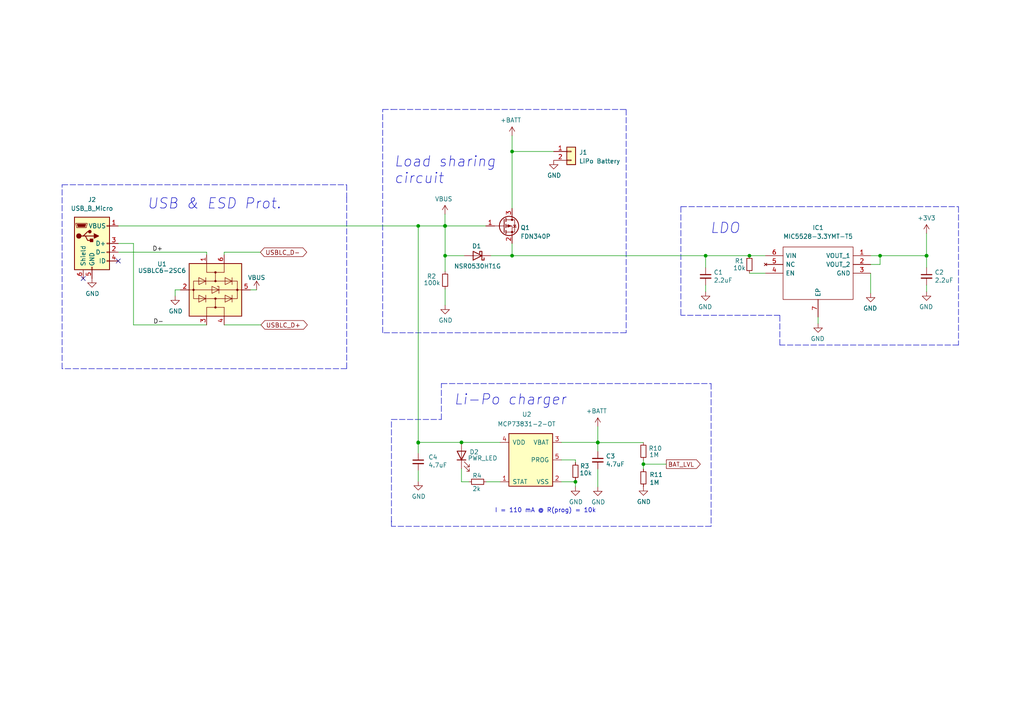
<source format=kicad_sch>
(kicad_sch (version 20211123) (generator eeschema)
  (paper "A4")
  (lib_symbols
    (symbol "Battery_Management:MCP73831-2-OT" (pin_names (offset 1.016))
      (property "Reference" "U1" (at -20.574 9.398 0))
      (property "Value" "MCP73831-2-OT" (at -8.128 -19.304 90))
      (symbol "MCP73831-2-OT_0_1"
        (rectangle (start -6.35 8.89) (end 6.35 -6.35) (stroke (width 0.254)) (fill (type background)))
      )
      (symbol "MCP73831-2-OT_1_1"
        (pin output line (at -8.89 -5.08 0) (length 2.54) (name "STAT") (number "1"))
        (pin power_in line (at 8.89 -5.08 180) (length 2.54) (name "VSS") (number "2"))
        (pin power_out line (at 8.89 6.35 180) (length 2.54) (name "VBAT") (number "3"))
        (pin power_in line (at -8.89 6.35 0) (length 2.54) (name "VDD") (number "4"))
        (pin input line (at 8.89 1.27 180) (length 2.54) (name "PROG") (number "5"))
      )
    )
    (symbol "Connector:USB_B_Micro" (pin_names (offset 1.016))
      (property "Reference" "J" (at -5.08 11.43 0))
      (property "Value" "USB_B_Micro" (at -5.08 8.89 0))
      (symbol "USB_B_Micro_0_1"
        (rectangle (start -5.08 -7.62) (end 5.08 7.62) (stroke (width 0.254)) (fill (type background)))
        (circle (center -3.81 2.159) (radius 0.635) (stroke (width 0.254)) (fill (type outline)))
        (circle (center -0.635 3.429) (radius 0.381) (stroke (width 0.254)) (fill (type outline)))
        (rectangle (start -0.127 -7.62) (end 0.127 -6.858))
        (polyline (pts (xy -1.905 2.159) (xy 0.635 2.159)) (stroke (width 0.254)))
        (polyline (pts (xy -3.175 2.159) (xy -2.54 2.159) (xy -1.27 3.429) (xy -0.635 3.429)) (stroke (width 0.254)))
        (polyline (pts (xy -2.54 2.159) (xy -1.905 2.159) (xy -1.27 0.889) (xy 0 0.889)) (stroke (width 0.254)))
        (polyline (pts (xy 0.635 2.794) (xy 0.635 1.524) (xy 1.905 2.159) (xy 0.635 2.794)) (stroke (width 0.254)) (fill (type outline)))
        (polyline (pts (xy -4.318 5.588) (xy -1.778 5.588) (xy -2.032 4.826) (xy -4.064 4.826) (xy -4.318 5.588)) (fill (type outline)))
        (polyline (pts (xy -4.699 5.842) (xy -4.699 5.588) (xy -4.445 4.826) (xy -4.445 4.572) (xy -1.651 4.572) (xy -1.651 4.826) (xy -1.397 5.588) (xy -1.397 5.842) (xy -4.699 5.842)))
        (rectangle (start 0.254 1.27) (end -0.508 0.508) (stroke (width 0.254)) (fill (type outline)))
        (rectangle (start 5.08 -5.207) (end 4.318 -4.953))
        (rectangle (start 5.08 -2.667) (end 4.318 -2.413))
        (rectangle (start 5.08 -0.127) (end 4.318 0.127))
        (rectangle (start 5.08 4.953) (end 4.318 5.207))
      )
      (symbol "USB_B_Micro_1_1"
        (pin power_out line (at 7.62 5.08 180) (length 2.54) (name "VBUS") (number "1"))
        (pin bidirectional line (at 7.62 -2.54 180) (length 2.54) (name "D-") (number "2"))
        (pin bidirectional line (at 7.62 0 180) (length 2.54) (name "D+") (number "3"))
        (pin passive line (at 7.62 -5.08 180) (length 2.54) (name "ID") (number "4"))
        (pin power_out line (at 0 -10.16 90) (length 2.54) (name "GND") (number "5"))
        (pin passive line (at -2.54 -10.16 90) (length 2.54) (name "Shield") (number "6"))
      )
    )
    (symbol "Connector_Generic:Conn_01x02" (pin_names (offset 1.016) hide)
      (property "Reference" "J" (at 0 2.54 0))
      (property "Value" "Conn_01x02" (at 0 -5.08 0))
      (symbol "Conn_01x02_1_1"
        (rectangle (start -1.27 -2.413) (end 0 -2.667) (stroke (width 0.1524)))
        (rectangle (start -1.27 0.127) (end 0 -0.127) (stroke (width 0.1524)))
        (rectangle (start -1.27 1.27) (end 1.27 -3.81) (stroke (width 0.254)) (fill (type background)))
        (pin passive line (at -5.08 0 0) (length 3.81) (name "Pin_1") (number "1"))
        (pin passive line (at -5.08 -2.54 0) (length 3.81) (name "Pin_2") (number "2"))
      )
    )
    (symbol "Device:C_Small" (pin_numbers hide) (pin_names (offset 0.254) hide)
      (property "Reference" "C" (at 0.254 1.778 0))
      (property "Value" "C_Small" (at 0.254 -2.032 0))
      (symbol "C_Small_0_1"
        (polyline (pts (xy -1.524 -0.508) (xy 1.524 -0.508)) (stroke (width 0.3302)))
        (polyline (pts (xy -1.524 0.508) (xy 1.524 0.508)) (stroke (width 0.3048)))
      )
      (symbol "C_Small_1_1"
        (pin passive line (at 0 2.54 270) (length 2.032) (name "~") (number "1"))
        (pin passive line (at 0 -2.54 90) (length 2.032) (name "~") (number "2"))
      )
    )
    (symbol "Device:D_Schottky" (pin_numbers hide) (pin_names (offset 1.016) hide)
      (property "Reference" "D" (at 0 2.54 0))
      (property "Value" "D_Schottky" (at 0 -2.54 0))
      (symbol "D_Schottky_0_1"
        (polyline (pts (xy 1.27 0) (xy -1.27 0)))
        (polyline (pts (xy 1.27 1.27) (xy 1.27 -1.27) (xy -1.27 0) (xy 1.27 1.27)) (stroke (width 0.254)))
        (polyline (pts (xy -1.905 0.635) (xy -1.905 1.27) (xy -1.27 1.27) (xy -1.27 -1.27) (xy -0.635 -1.27) (xy -0.635 -0.635)) (stroke (width 0.254)))
      )
      (symbol "D_Schottky_1_1"
        (pin passive line (at -3.81 0 0) (length 2.54) (name "K") (number "1"))
        (pin passive line (at 3.81 0 180) (length 2.54) (name "A") (number "2"))
      )
    )
    (symbol "Device:LED" (pin_numbers hide) (pin_names (offset 1.016) hide)
      (property "Reference" "D" (at 0 2.54 0))
      (property "Value" "LED" (at 0 -2.54 0))
      (symbol "LED_0_1"
        (polyline (pts (xy -1.27 -1.27) (xy -1.27 1.27)) (stroke (width 0.254)))
        (polyline (pts (xy -1.27 0) (xy 1.27 0)))
        (polyline (pts (xy 1.27 -1.27) (xy 1.27 1.27) (xy -1.27 0) (xy 1.27 -1.27)) (stroke (width 0.254)))
        (polyline (pts (xy -3.048 -0.762) (xy -4.572 -2.286) (xy -3.81 -2.286) (xy -4.572 -2.286) (xy -4.572 -1.524)))
        (polyline (pts (xy -1.778 -0.762) (xy -3.302 -2.286) (xy -2.54 -2.286) (xy -3.302 -2.286) (xy -3.302 -1.524)))
      )
      (symbol "LED_1_1"
        (pin passive line (at -3.81 0 0) (length 2.54) (name "K") (number "1"))
        (pin passive line (at 3.81 0 180) (length 2.54) (name "A") (number "2"))
      )
    )
    (symbol "Device:R_Small" (pin_numbers hide) (pin_names (offset 0.254) hide)
      (property "Reference" "R" (at 0.762 0.508 0))
      (property "Value" "R_Small" (at 0.762 -1.016 0))
      (symbol "R_Small_0_1"
        (rectangle (start -0.762 1.778) (end 0.762 -1.778) (stroke (width 0.2032)))
      )
      (symbol "R_Small_1_1"
        (pin passive line (at 0 2.54 270) (length 0.762) (name "~") (number "1"))
        (pin passive line (at 0 -2.54 90) (length 0.762) (name "~") (number "2"))
      )
    )
    (symbol "MIC5528-3.3YMT-T5:MIC5528-3.3YMT-T5" (pin_names (offset 0.762))
      (property "Reference" "IC" (at 26.67 7.62 0))
      (property "Value" "MIC5528-3.3YMT-T5" (at 26.67 5.08 0))
      (symbol "MIC5528-3.3YMT-T5_0_0"
        (pin passive line (at 0 0 0) (length 5.08) (name "VOUT_1") (number "1"))
        (pin passive line (at 0 -2.54 0) (length 5.08) (name "VOUT_2") (number "2"))
        (pin passive line (at 0 -5.08 0) (length 5.08) (name "GND") (number "3"))
        (pin passive line (at 30.48 -5.08 180) (length 5.08) (name "EN") (number "4"))
        (pin no_connect line (at 30.48 -2.54 180) (length 5.08) (name "NC") (number "5"))
        (pin passive line (at 30.48 0 180) (length 5.08) (name "VIN") (number "6"))
        (pin passive line (at 15.24 -17.78 90) (length 5.08) (name "EP") (number "7"))
      )
      (symbol "MIC5528-3.3YMT-T5_0_1"
        (polyline (pts (xy 5.08 2.54) (xy 25.4 2.54) (xy 25.4 -12.7) (xy 5.08 -12.7) (xy 5.08 2.54)) (stroke (width 0.1524)))
      )
    )
    (symbol "Power_Protection:USBLC6-2SC6" (pin_names hide)
      (property "Reference" "U" (at 2.54 8.89 0))
      (property "Value" "USBLC6-2SC6" (at 2.54 -8.89 0))
      (symbol "USBLC6-2SC6_0_1"
        (rectangle (start -7.62 -7.62) (end 7.62 7.62) (stroke (width 0.254)) (fill (type background)))
        (circle (center -5.08 0) (radius 0.254) (fill (type outline)))
        (circle (center -2.54 0) (radius 0.254) (fill (type outline)))
        (rectangle (start -2.54 6.35) (end 2.54 -6.35))
        (circle (center 0 -6.35) (radius 0.254) (fill (type outline)))
        (polyline (pts (xy -5.08 -2.54) (xy -7.62 -2.54)))
        (polyline (pts (xy -5.08 0) (xy -5.08 -2.54)))
        (polyline (pts (xy -5.08 2.54) (xy -7.62 2.54)))
        (polyline (pts (xy -1.524 -2.794) (xy -3.556 -2.794)))
        (polyline (pts (xy -1.524 4.826) (xy -3.556 4.826)))
        (polyline (pts (xy 0 -7.62) (xy 0 -6.35)))
        (polyline (pts (xy 0 -6.35) (xy 0 1.27)))
        (polyline (pts (xy 0 1.27) (xy 0 6.35)))
        (polyline (pts (xy 0 6.35) (xy 0 7.62)))
        (polyline (pts (xy 1.524 -2.794) (xy 3.556 -2.794)))
        (polyline (pts (xy 1.524 4.826) (xy 3.556 4.826)))
        (polyline (pts (xy 5.08 -2.54) (xy 7.62 -2.54)))
        (polyline (pts (xy 5.08 0) (xy 5.08 -2.54)))
        (polyline (pts (xy 5.08 2.54) (xy 7.62 2.54)))
        (polyline (pts (xy -2.54 0) (xy -5.08 0) (xy -5.08 2.54)))
        (polyline (pts (xy 2.54 0) (xy 5.08 0) (xy 5.08 2.54)))
        (polyline (pts (xy -3.556 -4.826) (xy -1.524 -4.826) (xy -2.54 -2.794) (xy -3.556 -4.826)))
        (polyline (pts (xy -3.556 2.794) (xy -1.524 2.794) (xy -2.54 4.826) (xy -3.556 2.794)))
        (polyline (pts (xy -1.016 -1.016) (xy 1.016 -1.016) (xy 0 1.016) (xy -1.016 -1.016)))
        (polyline (pts (xy 1.016 1.016) (xy 0.762 1.016) (xy -1.016 1.016) (xy -1.016 0.508)))
        (polyline (pts (xy 3.556 -4.826) (xy 1.524 -4.826) (xy 2.54 -2.794) (xy 3.556 -4.826)))
        (polyline (pts (xy 3.556 2.794) (xy 1.524 2.794) (xy 2.54 4.826) (xy 3.556 2.794)))
        (circle (center 0 6.35) (radius 0.254) (fill (type outline)))
        (circle (center 2.54 0) (radius 0.254) (fill (type outline)))
        (circle (center 5.08 0) (radius 0.254) (fill (type outline)))
      )
      (symbol "USBLC6-2SC6_1_1"
        (pin passive line (at -10.16 -2.54 0) (length 2.54) (name "I/O1") (number "1"))
        (pin passive line (at 0 -10.16 90) (length 2.54) (name "GND") (number "2"))
        (pin passive line (at 10.16 -2.54 180) (length 2.54) (name "I/O2") (number "3"))
        (pin passive line (at 10.16 2.54 180) (length 2.54) (name "I/O2") (number "4"))
        (pin passive line (at 0 10.16 270) (length 2.54) (name "VBUS") (number "5"))
        (pin passive line (at -10.16 2.54 0) (length 2.54) (name "I/O1") (number "6"))
      )
    )
    (symbol "Transistor_FET:FDN340P" (pin_names hide)
      (property "Reference" "Q" (at 5.08 1.905 0))
      (property "Value" "FDN340P" (at 5.08 0 0))
      (symbol "FDN340P_0_1"
        (polyline (pts (xy 0.254 0) (xy -2.54 0)))
        (polyline (pts (xy 0.254 1.905) (xy 0.254 -1.905)) (stroke (width 0.254)))
        (polyline (pts (xy 0.762 -1.27) (xy 0.762 -2.286)) (stroke (width 0.254)))
        (polyline (pts (xy 0.762 0.508) (xy 0.762 -0.508)) (stroke (width 0.254)))
        (polyline (pts (xy 0.762 2.286) (xy 0.762 1.27)) (stroke (width 0.254)))
        (polyline (pts (xy 2.54 2.54) (xy 2.54 1.778)))
        (polyline (pts (xy 2.54 -2.54) (xy 2.54 0) (xy 0.762 0)))
        (polyline (pts (xy 0.762 1.778) (xy 3.302 1.778) (xy 3.302 -1.778) (xy 0.762 -1.778)))
        (polyline (pts (xy 2.286 0) (xy 1.27 0.381) (xy 1.27 -0.381) (xy 2.286 0)) (fill (type outline)))
        (polyline (pts (xy 2.794 -0.508) (xy 2.921 -0.381) (xy 3.683 -0.381) (xy 3.81 -0.254)))
        (polyline (pts (xy 3.302 -0.381) (xy 2.921 0.254) (xy 3.683 0.254) (xy 3.302 -0.381)))
        (circle (center 1.651 0) (radius 2.794) (stroke (width 0.254)))
        (circle (center 2.54 -1.778) (radius 0.254) (fill (type outline)))
        (circle (center 2.54 1.778) (radius 0.254) (fill (type outline)))
      )
      (symbol "FDN340P_1_1"
        (pin input line (at -5.08 0 0) (length 2.54) (name "G") (number "1"))
        (pin passive line (at 2.54 -5.08 90) (length 2.54) (name "S") (number "2"))
        (pin passive line (at 2.54 5.08 270) (length 2.54) (name "D") (number "3"))
      )
    )
    (symbol "power:+3V3" (power) (pin_names (offset 0))
      (property "Value" "+3V3" (at 0 3.556 0))
      (symbol "+3V3_0_1"
        (polyline (pts (xy -0.762 1.27) (xy 0 2.54)))
        (polyline (pts (xy 0 0) (xy 0 2.54)))
        (polyline (pts (xy 0 2.54) (xy 0.762 1.27)))
      )
      (symbol "+3V3_1_1"
        (pin power_in line (at 0 0 90) (length 0) hide (name "+3V3") (number "1"))
      )
    )
    (symbol "power:+BATT" (power) (pin_names (offset 0))
      (property "Value" "+BATT" (at 0 3.556 0))
      (symbol "+BATT_0_1"
        (polyline (pts (xy -0.762 1.27) (xy 0 2.54)))
        (polyline (pts (xy 0 0) (xy 0 2.54)))
        (polyline (pts (xy 0 2.54) (xy 0.762 1.27)))
      )
      (symbol "+BATT_1_1"
        (pin power_in line (at 0 0 90) (length 0) hide (name "+BATT") (number "1"))
      )
    )
    (symbol "power:GND" (power) (pin_names (offset 0))
      (property "Value" "GND" (at 0 -3.81 0))
      (symbol "GND_0_1"
        (polyline (pts (xy 0 0) (xy 0 -1.27) (xy 1.27 -1.27) (xy 0 -2.54) (xy -1.27 -1.27) (xy 0 -1.27)))
      )
      (symbol "GND_1_1"
        (pin power_in line (at 0 0 270) (length 0) hide (name "GND") (number "1"))
      )
    )
    (symbol "power:VBUS" (power) (pin_names (offset 0))
      (property "Value" "VBUS" (at 0 3.81 0))
      (symbol "VBUS_0_1"
        (polyline (pts (xy -0.762 1.27) (xy 0 2.54)))
        (polyline (pts (xy 0 0) (xy 0 2.54)))
        (polyline (pts (xy 0 2.54) (xy 0.762 1.27)))
      )
      (symbol "VBUS_1_1"
        (pin power_in line (at 0 0 90) (length 0) hide (name "VBUS") (number "1"))
      )
    )
  )
  (junction (at 129.1011 74.168))
  (junction (at 204.6564 74.168))
  (junction (at 121.3038 128.3142))
  (junction (at 148.5222 43.9443))
  (junction (at 148.5222 74.168))
  (junction (at 173.3875 128.3641))
  (junction (at 186.6148 134.6228))
  (junction (at 121.3038 128.4116))
  (junction (at 121.3038 65.532))
  (junction (at 129.1011 65.532))
  (junction (at 255.2598 74.168))
  (junction (at 166.9021 139.7442))
  (junction (at 268.7258 74.168))
  (junction (at 217.3637 74.168))
  (junction (at 268.7409 74.168))
  (junction (at 133.8475 128.3142))
  (junction (at 129.0663 65.532))
  (junction (at 173.3875 128.3142))
  (no_connect (at 24.1421 80.772))
  (no_connect (at 34.3021 75.692))
  (wire (pts (xy 173.3875 123.7261) (xy 173.3875 128.3142)))
  (wire (pts (xy 75.5134 73.152) (xy 65.024 73.152)))
  (polyline (pts (xy 113.538 121.666) (xy 128.016 121.666)))
  (polyline (pts (xy 206.248 111.252) (xy 206.248 152.654)))
  (wire (pts (xy 129.1011 65.532) (xy 129.1011 74.168)))
  (wire (pts (xy 173.3875 128.3641) (xy 173.3875 130.935)))
  (wire (pts (xy 133.8475 139.7442) (xy 135.9925 139.7442)))
  (polyline (pts (xy 206.248 152.654) (xy 113.538 152.654)))
  (wire (pts (xy 268.7258 74.168) (xy 268.7409 74.168)))
  (wire (pts (xy 166.9021 139.7442) (xy 166.9021 141.1783)))
  (polyline (pts (xy 18.0111 53.594) (xy 100.5611 53.594)))
  (polyline (pts (xy 100.5611 53.594) (xy 100.5611 57.404)))
  (wire (pts (xy 129.1011 74.168) (xy 129.1011 78.74)))
  (wire (pts (xy 121.3038 128.3142) (xy 133.8475 128.3142)))
  (polyline (pts (xy 181.61 96.52) (xy 110.998 96.52)))
  (wire (pts (xy 129.1011 65.532) (xy 140.9022 65.532)))
  (wire (pts (xy 148.5222 74.168) (xy 142.3091 74.168)))
  (wire (pts (xy 204.6564 82.7017) (xy 204.6564 84.6067)))
  (wire (pts (xy 134.6891 74.168) (xy 129.1011 74.168)))
  (polyline (pts (xy 100.5611 57.15) (xy 100.5611 106.934)))
  (wire (pts (xy 129.0663 65.532) (xy 129.1011 65.532)))
  (polyline (pts (xy 181.61 31.75) (xy 181.61 96.52)))
  (wire (pts (xy 148.5222 70.612) (xy 148.5222 74.168)))
  (polyline (pts (xy 197.4858 59.944) (xy 278.0038 59.944)))
  (wire (pts (xy 148.5222 39.3562) (xy 148.5222 43.9443)))
  (wire (pts (xy 268.7409 82.7017) (xy 268.7409 84.6067)))
  (polyline (pts (xy 278.0038 59.944) (xy 278.0038 100.076)))
  (wire (pts (xy 252.5196 79.248) (xy 252.5196 85.0381)))
  (wire (pts (xy 34.3021 65.532) (xy 121.3038 65.532)))
  (wire (pts (xy 193.2519 134.6228) (xy 186.6148 134.6228)))
  (polyline (pts (xy 100.5611 106.934) (xy 18.0111 106.934)))
  (wire (pts (xy 148.5222 43.9443) (xy 148.5222 60.452)))
  (wire (pts (xy 160.5971 43.9443) (xy 148.5222 43.9443)))
  (wire (pts (xy 162.8381 139.7442) (xy 166.9021 139.7442)))
  (wire (pts (xy 166.9021 139.7442) (xy 166.9021 139.2362)))
  (wire (pts (xy 65.024 73.152) (xy 65.024 73.914)))
  (wire (pts (xy 38.7224 70.612) (xy 38.7224 94.234)))
  (polyline (pts (xy 113.538 151.13) (xy 113.538 152.654)))
  (wire (pts (xy 186.6148 134.6228) (xy 186.6148 136.0556)))
  (wire (pts (xy 129.1011 83.82) (xy 129.1011 88.5206)))
  (wire (pts (xy 255.2598 76.708) (xy 255.2598 74.168)))
  (wire (pts (xy 268.7258 67.691) (xy 268.7258 74.168)))
  (wire (pts (xy 237.2796 91.948) (xy 237.2796 93.853)))
  (wire (pts (xy 186.6148 133.4441) (xy 186.6148 134.6228)))
  (polyline (pts (xy 113.538 31.75) (xy 181.61 31.75)))
  (polyline (pts (xy 18.0111 106.934) (xy 18.0111 53.594)))
  (wire (pts (xy 186.6148 128.3641) (xy 173.3875 128.3641)))
  (polyline (pts (xy 226.1878 91.44) (xy 197.4858 91.44)))
  (wire (pts (xy 121.3038 131.4166) (xy 121.3038 128.4116)))
  (wire (pts (xy 34.3021 73.152) (xy 59.944 73.152)))
  (wire (pts (xy 59.944 73.152) (xy 59.944 73.914)))
  (wire (pts (xy 121.3038 65.532) (xy 129.0663 65.532)))
  (wire (pts (xy 38.7224 94.234) (xy 59.944 94.234)))
  (wire (pts (xy 217.3637 79.248) (xy 222.0396 79.248)))
  (wire (pts (xy 50.8 85.852) (xy 50.8 84.074)))
  (polyline (pts (xy 128.016 111.252) (xy 206.248 111.252)))
  (wire (pts (xy 204.6564 74.168) (xy 217.3637 74.168)))
  (wire (pts (xy 148.5222 74.168) (xy 204.6564 74.168)))
  (wire (pts (xy 162.8381 133.3942) (xy 166.9021 133.3942)))
  (wire (pts (xy 173.3875 128.3142) (xy 173.3875 128.3641)))
  (polyline (pts (xy 110.998 96.52) (xy 110.998 31.75)))
  (wire (pts (xy 204.6564 77.6217) (xy 204.6564 74.168)))
  (wire (pts (xy 133.8475 135.9342) (xy 133.8475 139.7442)))
  (wire (pts (xy 50.8 84.074) (xy 52.324 84.074)))
  (polyline (pts (xy 110.998 31.75) (xy 113.538 31.75)))
  (wire (pts (xy 255.2598 74.168) (xy 268.7258 74.168)))
  (wire (pts (xy 121.3038 128.4116) (xy 121.3038 128.3142)))
  (polyline (pts (xy 278.0038 100.076) (xy 226.1878 100.076)))
  (wire (pts (xy 162.8381 128.3142) (xy 173.3875 128.3142)))
  (wire (pts (xy 121.3038 136.4966) (xy 121.3038 139.6014)))
  (wire (pts (xy 173.3875 136.015) (xy 173.3875 141.224)))
  (wire (pts (xy 74.422 84.074) (xy 72.644 84.074)))
  (polyline (pts (xy 197.4858 59.944) (xy 197.4858 91.44)))
  (wire (pts (xy 65.024 94.234) (xy 75.692 94.234)))
  (wire (pts (xy 141.0725 139.7442) (xy 145.0581 139.7442)))
  (polyline (pts (xy 226.1878 100.076) (xy 226.1878 91.44)))
  (wire (pts (xy 121.3038 65.532) (xy 121.3038 128.3142)))
  (wire (pts (xy 133.8475 128.3142) (xy 145.0581 128.3142)))
  (wire (pts (xy 268.7409 77.6217) (xy 268.7409 74.168)))
  (wire (pts (xy 166.9021 133.3942) (xy 166.9021 134.1562)))
  (wire (pts (xy 34.3021 70.612) (xy 38.7224 70.612)))
  (wire (pts (xy 129.0663 62.1146) (xy 129.0663 65.532)))
  (polyline (pts (xy 113.538 151.384) (xy 113.538 121.666)))
  (polyline (pts (xy 128.016 121.666) (xy 128.016 111.252)))
  (wire (pts (xy 217.3637 74.168) (xy 222.0396 74.168)))
  (wire (pts (xy 252.5196 76.708) (xy 255.2598 76.708)))
  (wire (pts (xy 252.5196 74.168) (xy 255.2598 74.168)))
  (text "Li-Po charger" (at 131.6588 117.796 0) (effects (font (size 3 3) italic) (justify left bottom)))
  (text "I = 110 mA @ R(prog) = 10k" (at 143.4995 148.8882 0) (effects (font (size 1.27 1.27)) (justify left bottom)))
  (text "USB & ESD Prot." (at 42.6491 60.96 0) (effects (font (size 3 3) italic) (justify left bottom)))
  (text "LDO" (at 205.9268 68.072 0) (effects (font (size 3 3) italic) (justify left bottom)))
  (text "Load sharing \ncircuit" (at 114.3 53.594 0) (effects (font (size 3 3) italic) (justify left bottom)))
  (label "D-" (at 44.45 94.234 0))
  (label "D+" (at 44.196 73.152 0))
  (global_label "BAT_LVL" (shape output) (at 193.2519 134.6228 0) (property "Intersheet References" "${INTERSHEET_REFS}" (effects hide)))
  (global_label "USBLC_D+" (shape bidirectional) (at 75.692 94.234 0) (property "Intersheet References" "${INTERSHEET_REFS}" (effects hide)))
  (global_label "USBLC_D-" (shape bidirectional) (at 75.5134 73.152 0) (property "Intersheet References" "${INTERSHEET_REFS}" (effects hide)))
  (symbol (lib_id "Device:R_Small") (at 166.9021 136.6962 180) (unit 1)
    (property "Reference" "R3" (at 170.9661 135.1722 0) (effects (justify left)))
    (property "Value" "10k" (at 171.7281 137.2042 0) (effects (justify left)))
    (property "Footprint" "Resistor_SMD:R_0402_1005Metric" (effects hide))
  )
  (symbol (lib_id "Battery_Management:MCP73831-2-OT") (at 153.9481 134.6642 0) (unit 1)
    (property "Reference" "U2" (at 151.4081 120.1862 0) (effects (justify left)))
    (property "Value" "MCP73831-2-OT" (at 144.2961 122.9802 0) (effects (justify left)))
    (property "Footprint" "Package_TO_SOT_SMD:SOT-23-5" (effects hide))
    (property "Datasheet" "http://ww1.microchip.com/downloads/en/DeviceDoc/20001984g.pdf" (effects hide))
  )
  (symbol (lib_id "power:+3V3") (at 268.7258 67.691 0) (unit 1)
    (property "Reference" "#PWR04" (effects hide))
    (property "Value" "+3V3" (at 268.7258 63.246 0))
  )
  (symbol (lib_id "Device:R_Small") (at 186.6148 130.9041 180) (unit 1)
    (property "Reference" "R10" (at 192.024 130.048 0) (effects (justify left)))
    (property "Value" "1M" (at 191.1868 131.9201 0) (effects (justify left)))
    (property "Footprint" "Resistor_SMD:R_0402_1005Metric" (effects hide))
  )
  (symbol (lib_id "power:GND") (at 252.5196 85.0381 0) (mirror y) (unit 1)
    (property "Reference" "#PWR08" (effects hide))
    (property "Value" "GND" (at 252.3926 89.4323 0))
  )
  (symbol (lib_id "Device:LED") (at 133.8475 132.1242 90) (unit 1)
    (property "Reference" "D2" (at 136.1681 131.1082 90) (effects (justify right)))
    (property "Value" "PWR_LED" (at 135.6601 132.8862 90) (effects (justify right)))
    (property "Footprint" "LED_SMD:LED_0603_1608Metric" (effects hide))
  )
  (symbol (lib_id "Connector:USB_B_Micro") (at 26.6821 70.612 0) (unit 1)
    (property "Reference" "J2" (at 26.6821 57.912 0))
    (property "Value" "USB_B_Micro" (at 26.6821 60.452 0))
    (property "Footprint" "Connector_USB:USB_Micro-B_Molex_47346-0001" (effects hide))
  )
  (symbol (lib_id "power:GND") (at 204.6564 84.6067 0) (mirror y) (unit 1)
    (property "Reference" "#PWR06" (effects hide))
    (property "Value" "GND" (at 204.5294 89.0009 0))
  )
  (symbol (lib_id "Device:C_Small") (at 204.6564 80.1617 0) (unit 1)
    (property "Reference" "C1" (at 206.9932 78.9933 0) (effects (justify left)))
    (property "Value" "2.2uF" (at 206.9932 81.3047 0) (effects (justify left)))
    (property "Footprint" "Capacitor_SMD:C_0402_1005Metric" (effects hide))
  )
  (symbol (lib_id "power:GND") (at 173.3875 141.224 0) (unit 1)
    (property "Reference" "#PWR015" (effects hide))
    (property "Value" "GND" (at 173.5145 145.6182 0))
  )
  (symbol (lib_id "power:GND") (at 186.6148 141.1356 0) (unit 1)
    (property "Reference" "#PWR0107" (effects hide))
    (property "Value" "GND" (at 186.7418 145.5298 0))
  )
  (symbol (lib_id "Device:R_Small") (at 129.1011 81.28 0) (unit 1)
    (property "Reference" "R2" (at 125.1641 80.137 0))
    (property "Value" "100k" (at 125.2911 82.042 0))
    (property "Footprint" "Resistor_SMD:R_0402_1005Metric" (effects hide))
  )
  (symbol (lib_id "power:+BATT") (at 148.5222 39.3562 0) (unit 1)
    (property "Reference" "#PWR01" (effects hide))
    (property "Value" "+BATT" (at 148.1511 34.8536 0))
  )
  (symbol (lib_id "power:GND") (at 26.6821 80.772 0) (unit 1)
    (property "Reference" "#PWR05" (effects hide))
    (property "Value" "GND" (at 26.8091 85.1662 0))
  )
  (symbol (lib_id "Device:C_Small") (at 173.3875 133.475 0) (unit 1)
    (property "Reference" "C3" (at 175.7243 132.3066 0) (effects (justify left)))
    (property "Value" "4.7uF" (at 175.7243 134.618 0) (effects (justify left)))
    (property "Footprint" "Capacitor_SMD:C_0402_1005Metric" (effects hide))
  )
  (symbol (lib_id "power:GND") (at 50.8 85.852 0) (unit 1)
    (property "Reference" "#PWR016" (effects hide))
    (property "Value" "GND" (at 50.927 90.2462 0))
  )
  (symbol (lib_id "power:GND") (at 121.3038 139.6014 0) (unit 1)
    (property "Reference" "#PWR013" (effects hide))
    (property "Value" "GND" (at 121.4308 143.9956 0))
  )
  (symbol (lib_id "Device:R_Small") (at 217.3637 76.708 0) (unit 1)
    (property "Reference" "R1" (at 214.4606 75.692 0))
    (property "Value" "10k" (at 214.4606 77.724 0))
    (property "Footprint" "Resistor_SMD:R_0402_1005Metric" (effects hide))
  )
  (symbol (lib_id "power:GND") (at 129.1011 88.5206 0) (unit 1)
    (property "Reference" "#PWR09" (effects hide))
    (property "Value" "GND" (at 129.2281 92.9148 0))
  )
  (symbol (lib_id "power:GND") (at 166.9021 141.1783 0) (unit 1)
    (property "Reference" "#PWR014" (effects hide))
    (property "Value" "GND" (at 167.0291 145.5725 0))
  )
  (symbol (lib_id "Device:C_Small") (at 121.3038 133.9566 0) (unit 1)
    (property "Reference" "C4" (at 124.2301 132.6068 0) (effects (justify left)))
    (property "Value" "4.7uF" (at 124.2301 134.9182 0) (effects (justify left)))
    (property "Footprint" "Capacitor_SMD:C_0402_1005Metric" (effects hide))
  )
  (symbol (lib_id "power:VBUS") (at 129.0663 62.1146 0) (mirror y) (unit 1)
    (property "Reference" "#PWR03" (effects hide))
    (property "Value" "VBUS" (at 128.6853 57.7204 0))
  )
  (symbol (lib_id "power:+BATT") (at 173.3875 123.7261 0) (unit 1)
    (property "Reference" "#PWR012" (effects hide))
    (property "Value" "+BATT" (at 173.0164 119.2235 0))
  )
  (symbol (lib_id "Device:D_Schottky") (at 138.4991 74.168 180) (unit 1)
    (property "Reference" "D1" (at 138.2451 71.374 0))
    (property "Value" "NSR0530HT1G" (at 138.4991 77.216 0))
    (property "Footprint" "Diode_SMD:D_SOD-323" (effects hide))
  )
  (symbol (lib_id "Connector_Generic:Conn_01x02") (at 165.6771 43.9443 0) (unit 1)
    (property "Reference" "J1" (at 167.9631 44.1983 0) (effects (justify left)))
    (property "Value" "LiPo Battery" (at 167.9631 46.7383 0) (effects (justify left)))
    (property "Footprint" "Connector_JST:JST_PH_S2B-PH-K_1x02_P2.00mm_Horizontal" (effects hide))
  )
  (symbol (lib_id "Device:R_Small") (at 186.6148 138.5956 180) (unit 1)
    (property "Reference" "R11" (at 192.278 137.668 0) (effects (justify left)))
    (property "Value" "1M" (at 191.262 139.954 0) (effects (justify left)))
    (property "Footprint" "Resistor_SMD:R_0402_1005Metric" (effects hide))
  )
  (symbol (lib_id "Power_Protection:USBLC6-2SC6") (at 62.484 84.074 270) (unit 1)
    (property "Reference" "U1" (at 46.99 76.581 90))
    (property "Value" "USBLC6-2SC6" (at 46.99 78.486 90))
    (property "Footprint" "Package_TO_SOT_SMD:SOT-23-6" (effects hide))
    (property "Datasheet" "http://www2.st.com/resource/en/datasheet/CD00050750.pdf" (effects hide))
  )
  (symbol (lib_id "Transistor_FET:FDN340P") (at 145.9822 65.532 0) (unit 1)
    (property "Reference" "Q1" (at 150.9451 66.04 0) (effects (justify left)))
    (property "Value" "FDN340P" (at 150.9451 68.58 0) (effects (justify left)))
    (property "Footprint" "Package_TO_SOT_SMD:SOT-23" (effects hide))
    (property "Datasheet" "https://www.onsemi.com/pub/Collateral/FDN340P-D.PDF" (effects hide))
  )
  (symbol (lib_id "power:GND") (at 160.5971 46.4843 0) (unit 1)
    (property "Reference" "#PWR02" (effects hide))
    (property "Value" "GND" (at 160.7241 50.8785 0))
  )
  (symbol (lib_id "Device:C_Small") (at 268.7409 80.1617 0) (unit 1)
    (property "Reference" "C2" (at 271.0777 78.9933 0) (effects (justify left)))
    (property "Value" "2.2uF" (at 271.0777 81.3047 0) (effects (justify left)))
    (property "Footprint" "Capacitor_SMD:C_0402_1005Metric" (effects hide))
  )
  (symbol (lib_id "power:GND") (at 237.2796 93.853 0) (mirror y) (unit 1)
    (property "Reference" "#PWR010" (effects hide))
    (property "Value" "GND" (at 237.1526 98.2472 0))
  )
  (symbol (lib_id "power:VBUS") (at 74.422 84.074 0) (unit 1)
    (property "Reference" "#PWR011" (effects hide))
    (property "Value" "VBUS" (at 74.422 80.518 0))
  )
  (symbol (lib_id "Device:R_Small") (at 138.5325 139.7442 90) (unit 1)
    (property "Reference" "R4" (at 139.7241 137.9662 90) (effects (justify left)))
    (property "Value" "2k" (at 139.4701 141.7762 90) (effects (justify left)))
    (property "Footprint" "Resistor_SMD:R_0402_1005Metric" (effects hide))
  )
  (symbol (lib_id "power:GND") (at 268.7409 84.6067 0) (mirror y) (unit 1)
    (property "Reference" "#PWR07" (effects hide))
    (property "Value" "GND" (at 268.6139 89.0009 0))
  )
  (symbol (lib_id "MIC5528-3.3YMT-T5:MIC5528-3.3YMT-T5") (at 252.5196 74.168 0) (mirror y) (unit 1)
    (property "Reference" "IC1" (at 237.2796 66.04 0))
    (property "Value" "MIC5528-3.3YMT-T5" (at 237.2796 68.58 0))
    (property "Footprint" "Package_DFN_QFN:TDFN-6-1EP_2.5x2.5mm_P0.65mm_EP1.3x2mm" (effects hide))
    (property "Datasheet" "https://nl.mouser.com/datasheet/2/268/MIC5528_High_Performance_500mA_LDO_in_Thin_and_Ext-1891284.pdf" (effects hide))
    (property "Description" "LDO Voltage Regulators Single, 500mA LDO w/ Auto Discharge & Internal Enable Pulldown" (effects hide))
    (property "Height" "0.6" (effects hide))
    (property "Manufacturer_Name" "Microchip" (effects hide))
    (property "Manufacturer_Part_Number" "MIC5528-3.3YMT-T5" (effects hide))
    (property "Mouser Part Number" "998-MIC5528-3.3YMTT5" (effects hide))
    (property "Mouser Price/Stock" "https://www.mouser.co.uk/ProductDetail/Microchip-Technology-Atmel/MIC5528-3.3YMT-T5?qs=U6T8BxXiZAUrsVLummtswg%3D%3D" (effects hide))
    (property "Arrow Part Number" "MIC5528-3.3YMT-T5" (effects hide))
    (property "Arrow Price/Stock" "https://www.arrow.com/en/products/mic5528-3.3ymt-t5/microchip-technology?region=nac" (effects hide))
  )
)
</source>
